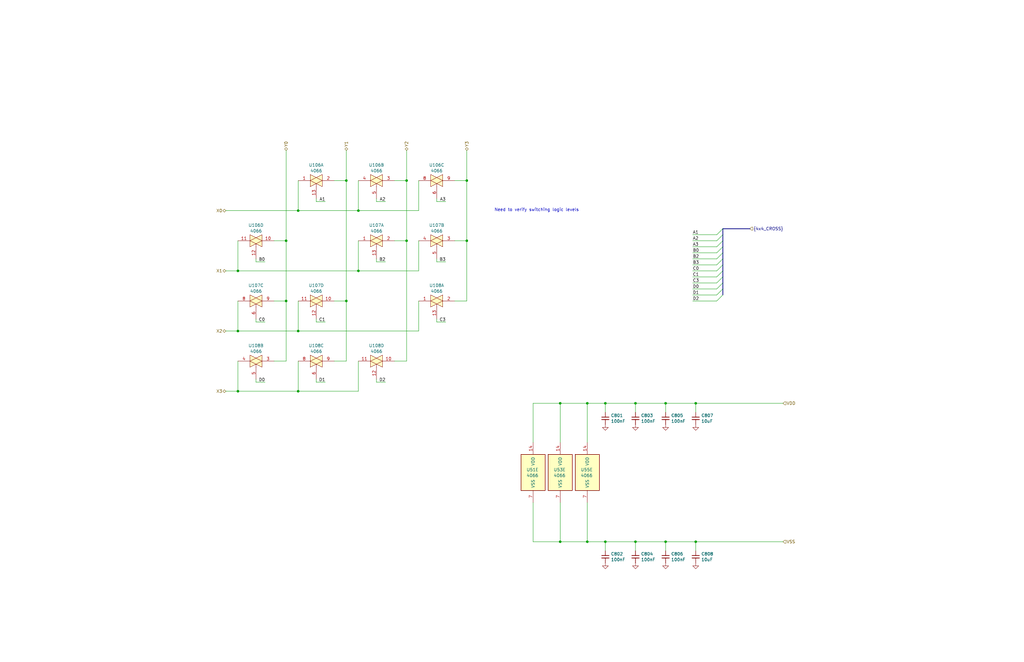
<source format=kicad_sch>
(kicad_sch (version 20250114) (generator "eeschema") (generator_version "9.0")
  (paper "B")
  (lib_symbols
    (symbol "4xxx:4066" (pin_names (offset 1.016))
      (property "Reference" "U" (at -7.62 8.89 0))
      (property "Value" "4066" (at -7.62 -8.89 0))
      (symbol "4066_1_0"
        (polyline (pts (xy -2.54 2.54) (xy 2.54 0) (xy -2.54 -2.54) (xy -2.54 2.54)) (fill (type background)))
        (polyline (pts (xy -2.54 0) (xy 2.54 2.54) (xy 2.54 -2.54) (xy -2.54 0)) (fill (type background)))
        (polyline (pts (xy 0 1.27) (xy 0 2.54)) (stroke (width 0.1524)))
        (pin passive line (at -7.62 0 0) (length 5.08) (name "~") (number "1"))
        (pin input line (at 0 7.62 270) (length 5.08) (name "~") (number "13"))
        (pin passive line (at 7.62 0 180) (length 5.08) (name "~") (number "2"))
      )
      (symbol "4066_2_0"
        (polyline (pts (xy -2.54 2.54) (xy 2.54 0) (xy -2.54 -2.54) (xy -2.54 2.54)) (fill (type background)))
        (polyline (pts (xy -2.54 0) (xy 2.54 2.54) (xy 2.54 -2.54) (xy -2.54 0)) (fill (type background)))
        (polyline (pts (xy 0 1.27) (xy 0 2.54)) (stroke (width 0.1524)))
        (pin passive line (at -7.62 0 0) (length 5.08) (name "~") (number "4"))
        (pin input line (at 0 7.62 270) (length 5.08) (name "~") (number "5"))
        (pin passive line (at 7.62 0 180) (length 5.08) (name "~") (number "3"))
      )
      (symbol "4066_3_0"
        (polyline (pts (xy -2.54 2.54) (xy 2.54 0) (xy -2.54 -2.54) (xy -2.54 2.54)) (fill (type background)))
        (polyline (pts (xy -2.54 0) (xy 2.54 2.54) (xy 2.54 -2.54) (xy -2.54 0)) (fill (type background)))
        (polyline (pts (xy 0 1.27) (xy 0 2.54)) (stroke (width 0.1524)))
        (pin passive line (at -7.62 0 0) (length 5.08) (name "~") (number "8"))
        (pin input line (at 0 7.62 270) (length 5.08) (name "~") (number "6"))
        (pin passive line (at 7.62 0 180) (length 5.08) (name "~") (number "9"))
      )
      (symbol "4066_4_0"
        (polyline (pts (xy -2.54 2.54) (xy 2.54 0) (xy -2.54 -2.54) (xy -2.54 2.54)) (fill (type background)))
        (polyline (pts (xy -2.54 0) (xy 2.54 2.54) (xy 2.54 -2.54) (xy -2.54 0)) (fill (type background)))
        (polyline (pts (xy 0 1.27) (xy 0 2.54)) (stroke (width 0.1524)))
        (pin passive line (at -7.62 0 0) (length 5.08) (name "~") (number "11"))
        (pin input line (at 0 7.62 270) (length 5.08) (name "~") (number "12"))
        (pin passive line (at 7.62 0 180) (length 5.08) (name "~") (number "10"))
      )
      (symbol "4066_5_0"
        (pin power_in line (at 0 12.7 270) (length 5.08) (name "VDD") (number "14"))
        (pin power_in line (at 0 -12.7 90) (length 5.08) (name "VSS") (number "7"))
      )
      (symbol "4066_5_1"
        (rectangle (start -5.08 7.62) (end 5.08 -7.62) (stroke (width 0.254)) (fill (type background)))
      )
    )
    (symbol "Device:C_Small" (pin_numbers (hide yes)) (pin_names (offset 0.254) (hide yes))
      (property "Reference" "C" (at 0.254 1.778 0))
      (property "Value" "C_Small" (at 0.254 -2.032 0))
      (symbol "C_Small_0_1"
        (polyline (pts (xy -1.524 0.508) (xy 1.524 0.508)) (stroke (width 0.3048)))
        (polyline (pts (xy -1.524 -0.508) (xy 1.524 -0.508)) (stroke (width 0.3302)))
      )
      (symbol "C_Small_1_1"
        (pin passive line (at 0 2.54 270) (length 2.032) (name "~") (number "1"))
        (pin passive line (at 0 -2.54 90) (length 2.032) (name "~") (number "2"))
      )
    )
    (symbol "power:GND" (power) (pin_numbers (hide yes)) (pin_names (offset 0) (hide yes))
      (property "Value" "GND" (at 0 -3.81 0))
      (symbol "GND_0_1"
        (polyline (pts (xy 0 0) (xy 0 -1.27) (xy 1.27 -1.27) (xy 0 -2.54) (xy -1.27 -1.27) (xy 0 -1.27)))
      )
      (symbol "GND_1_1"
        (pin power_in line (at 0 0 270) (length 0) (name "~") (number "1"))
      )
    )
  )
  (bus_alias "4x4_CROSS" (members "A1" "A2" "A3" "B0" "B2" "B3" "C0" "C1" "C3" "D0" "D1" "D2"))
  (text "Need to verify switching logic levels" (at 226.314 88.646 0) (effects (font (size 1.27 1.27))))
  (junction (at 255.27 228.6))
  (junction (at 267.97 170.18))
  (junction (at 247.65 228.6))
  (junction (at 255.27 170.18))
  (junction (at 125.73 165.1))
  (junction (at 171.45 76.2))
  (junction (at 125.73 88.9))
  (junction (at 120.65 127))
  (junction (at 293.37 170.18))
  (junction (at 280.67 228.6))
  (junction (at 280.67 170.18))
  (junction (at 125.73 139.7))
  (junction (at 146.05 127))
  (junction (at 236.22 228.6))
  (junction (at 146.05 76.2))
  (junction (at 100.33 139.7))
  (junction (at 151.13 114.3))
  (junction (at 151.13 88.9))
  (junction (at 100.33 165.1))
  (junction (at 236.22 170.18))
  (junction (at 267.97 228.6))
  (junction (at 100.33 114.3))
  (junction (at 293.37 228.6))
  (junction (at 196.85 76.2))
  (junction (at 247.65 170.18))
  (junction (at 171.45 101.6))
  (junction (at 120.65 101.6))
  (junction (at 196.85 101.6))
  (bus_entry (at 304.8 101.6) (size -2.54 2.54))
  (bus_entry (at 304.8 96.52) (size -2.54 2.54))
  (bus_entry (at 304.8 116.84) (size -2.54 2.54))
  (bus_entry (at 304.8 99.06) (size -2.54 2.54))
  (bus_entry (at 304.8 124.46) (size -2.54 2.54))
  (bus_entry (at 304.8 114.3) (size -2.54 2.54))
  (bus_entry (at 304.8 121.92) (size -2.54 2.54))
  (bus_entry (at 304.8 119.38) (size -2.54 2.54))
  (bus_entry (at 304.8 109.22) (size -2.54 2.54))
  (bus_entry (at 304.8 111.76) (size -2.54 2.54))
  (bus_entry (at 304.8 106.68) (size -2.54 2.54))
  (bus_entry (at 304.8 104.14) (size -2.54 2.54))
  (wire (pts (xy 158.75 110.49) (xy 162.56 110.49)))
  (wire (pts (xy 151.13 152.4) (xy 151.13 165.1)))
  (bus (pts (xy 304.8 106.68) (xy 304.8 109.22)))
  (wire (pts (xy 171.45 76.2) (xy 171.45 101.6)))
  (wire (pts (xy 158.75 110.49) (xy 158.75 109.22)))
  (wire (pts (xy 115.57 127) (xy 120.65 127)))
  (wire (pts (xy 115.57 101.6) (xy 120.65 101.6)))
  (wire (pts (xy 255.27 228.6) (xy 255.27 232.41)))
  (wire (pts (xy 196.85 101.6) (xy 196.85 127)))
  (wire (pts (xy 247.65 228.6) (xy 236.22 228.6)))
  (wire (pts (xy 125.73 127) (xy 125.73 139.7)))
  (wire (pts (xy 292.1 101.6) (xy 302.26 101.6)))
  (wire (pts (xy 100.33 139.7) (xy 125.73 139.7)))
  (wire (pts (xy 196.85 76.2) (xy 196.85 101.6)))
  (wire (pts (xy 236.22 228.6) (xy 224.79 228.6)))
  (wire (pts (xy 120.65 63.5) (xy 120.65 101.6)))
  (wire (pts (xy 95.25 88.9) (xy 125.73 88.9)))
  (wire (pts (xy 100.33 114.3) (xy 151.13 114.3)))
  (wire (pts (xy 166.37 152.4) (xy 171.45 152.4)))
  (wire (pts (xy 133.35 135.89) (xy 133.35 134.62)))
  (wire (pts (xy 292.1 111.76) (xy 302.26 111.76)))
  (bus (pts (xy 304.8 114.3) (xy 304.8 116.84)))
  (wire (pts (xy 280.67 170.18) (xy 280.67 173.99)))
  (bus (pts (xy 316.23 96.52) (xy 304.8 96.52)))
  (wire (pts (xy 125.73 88.9) (xy 151.13 88.9)))
  (bus (pts (xy 304.8 109.22) (xy 304.8 111.76)))
  (wire (pts (xy 107.95 161.29) (xy 111.76 161.29)))
  (wire (pts (xy 151.13 114.3) (xy 176.53 114.3)))
  (wire (pts (xy 184.15 110.49) (xy 187.96 110.49)))
  (wire (pts (xy 151.13 101.6) (xy 151.13 114.3)))
  (wire (pts (xy 191.77 101.6) (xy 196.85 101.6)))
  (wire (pts (xy 293.37 170.18) (xy 330.2 170.18)))
  (wire (pts (xy 158.75 85.09) (xy 162.56 85.09)))
  (wire (pts (xy 140.97 152.4) (xy 146.05 152.4)))
  (wire (pts (xy 255.27 170.18) (xy 267.97 170.18)))
  (wire (pts (xy 133.35 161.29) (xy 133.35 160.02)))
  (wire (pts (xy 125.73 139.7) (xy 176.53 139.7)))
  (bus (pts (xy 304.8 96.52) (xy 304.8 99.06)))
  (wire (pts (xy 133.35 135.89) (xy 137.16 135.89)))
  (wire (pts (xy 184.15 85.09) (xy 187.96 85.09)))
  (wire (pts (xy 100.33 127) (xy 100.33 139.7)))
  (wire (pts (xy 292.1 109.22) (xy 302.26 109.22)))
  (wire (pts (xy 184.15 135.89) (xy 187.96 135.89)))
  (wire (pts (xy 100.33 165.1) (xy 125.73 165.1)))
  (wire (pts (xy 115.57 152.4) (xy 120.65 152.4)))
  (wire (pts (xy 158.75 85.09) (xy 158.75 83.82)))
  (wire (pts (xy 125.73 152.4) (xy 125.73 165.1)))
  (wire (pts (xy 95.25 139.7) (xy 100.33 139.7)))
  (wire (pts (xy 191.77 127) (xy 196.85 127)))
  (wire (pts (xy 151.13 88.9) (xy 176.53 88.9)))
  (wire (pts (xy 176.53 76.2) (xy 176.53 88.9)))
  (wire (pts (xy 140.97 127) (xy 146.05 127)))
  (wire (pts (xy 125.73 76.2) (xy 125.73 88.9)))
  (wire (pts (xy 292.1 119.38) (xy 302.26 119.38)))
  (wire (pts (xy 292.1 116.84) (xy 302.26 116.84)))
  (wire (pts (xy 107.95 135.89) (xy 111.76 135.89)))
  (wire (pts (xy 176.53 127) (xy 176.53 139.7)))
  (wire (pts (xy 184.15 85.09) (xy 184.15 83.82)))
  (wire (pts (xy 280.67 170.18) (xy 293.37 170.18)))
  (wire (pts (xy 184.15 135.89) (xy 184.15 134.62)))
  (wire (pts (xy 280.67 228.6) (xy 280.67 232.41)))
  (wire (pts (xy 151.13 76.2) (xy 151.13 88.9)))
  (wire (pts (xy 292.1 99.06) (xy 302.26 99.06)))
  (wire (pts (xy 293.37 170.18) (xy 293.37 173.99)))
  (wire (pts (xy 247.65 170.18) (xy 236.22 170.18)))
  (wire (pts (xy 196.85 63.5) (xy 196.85 76.2)))
  (wire (pts (xy 292.1 127) (xy 302.26 127)))
  (wire (pts (xy 236.22 170.18) (xy 224.79 170.18)))
  (wire (pts (xy 133.35 85.09) (xy 133.35 83.82)))
  (wire (pts (xy 236.22 170.18) (xy 236.22 186.69)))
  (wire (pts (xy 107.95 135.89) (xy 107.95 134.62)))
  (wire (pts (xy 100.33 152.4) (xy 100.33 165.1)))
  (wire (pts (xy 133.35 85.09) (xy 137.16 85.09)))
  (bus (pts (xy 304.8 111.76) (xy 304.8 114.3)))
  (wire (pts (xy 107.95 161.29) (xy 107.95 160.02)))
  (wire (pts (xy 125.73 165.1) (xy 151.13 165.1)))
  (wire (pts (xy 146.05 63.5) (xy 146.05 76.2)))
  (wire (pts (xy 107.95 110.49) (xy 111.76 110.49)))
  (bus (pts (xy 304.8 121.92) (xy 304.8 124.46)))
  (wire (pts (xy 120.65 101.6) (xy 120.65 127)))
  (wire (pts (xy 146.05 127) (xy 146.05 152.4)))
  (wire (pts (xy 95.25 165.1) (xy 100.33 165.1)))
  (wire (pts (xy 247.65 170.18) (xy 247.65 186.69)))
  (wire (pts (xy 107.95 110.49) (xy 107.95 109.22)))
  (wire (pts (xy 292.1 114.3) (xy 302.26 114.3)))
  (wire (pts (xy 191.77 76.2) (xy 196.85 76.2)))
  (wire (pts (xy 292.1 124.46) (xy 302.26 124.46)))
  (wire (pts (xy 293.37 228.6) (xy 330.2 228.6)))
  (wire (pts (xy 158.75 161.29) (xy 158.75 160.02)))
  (bus (pts (xy 304.8 104.14) (xy 304.8 106.68)))
  (wire (pts (xy 171.45 63.5) (xy 171.45 76.2)))
  (wire (pts (xy 120.65 127) (xy 120.65 152.4)))
  (wire (pts (xy 236.22 228.6) (xy 236.22 212.09)))
  (wire (pts (xy 255.27 170.18) (xy 247.65 170.18)))
  (wire (pts (xy 267.97 170.18) (xy 267.97 173.99)))
  (wire (pts (xy 140.97 76.2) (xy 146.05 76.2)))
  (wire (pts (xy 247.65 228.6) (xy 255.27 228.6)))
  (wire (pts (xy 255.27 170.18) (xy 255.27 173.99)))
  (wire (pts (xy 176.53 101.6) (xy 176.53 114.3)))
  (wire (pts (xy 292.1 106.68) (xy 302.26 106.68)))
  (wire (pts (xy 171.45 101.6) (xy 171.45 152.4)))
  (wire (pts (xy 267.97 170.18) (xy 280.67 170.18)))
  (wire (pts (xy 224.79 170.18) (xy 224.79 186.69)))
  (wire (pts (xy 293.37 228.6) (xy 293.37 232.41)))
  (wire (pts (xy 267.97 228.6) (xy 280.67 228.6)))
  (wire (pts (xy 292.1 121.92) (xy 302.26 121.92)))
  (wire (pts (xy 224.79 228.6) (xy 224.79 212.09)))
  (wire (pts (xy 292.1 104.14) (xy 302.26 104.14)))
  (wire (pts (xy 255.27 228.6) (xy 267.97 228.6)))
  (bus (pts (xy 304.8 101.6) (xy 304.8 104.14)))
  (wire (pts (xy 166.37 76.2) (xy 171.45 76.2)))
  (bus (pts (xy 304.8 119.38) (xy 304.8 121.92)))
  (wire (pts (xy 146.05 76.2) (xy 146.05 127)))
  (wire (pts (xy 280.67 228.6) (xy 293.37 228.6)))
  (wire (pts (xy 184.15 110.49) (xy 184.15 109.22)))
  (wire (pts (xy 133.35 161.29) (xy 137.16 161.29)))
  (wire (pts (xy 247.65 228.6) (xy 247.65 212.09)))
  (wire (pts (xy 95.25 114.3) (xy 100.33 114.3)))
  (bus (pts (xy 304.8 116.84) (xy 304.8 119.38)))
  (wire (pts (xy 158.75 161.29) (xy 162.56 161.29)))
  (bus (pts (xy 304.8 99.06) (xy 304.8 101.6)))
  (wire (pts (xy 267.97 228.6) (xy 267.97 232.41)))
  (wire (pts (xy 166.37 101.6) (xy 171.45 101.6)))
  (wire (pts (xy 100.33 101.6) (xy 100.33 114.3)))
  (label "C1" (at 292.1 116.84 0))
  (label "D0" (at 111.76 161.29 180))
  (label "C0" (at 111.76 135.89 180))
  (label "A1" (at 292.1 99.06 0))
  (label "C3" (at 292.1 119.38 0))
  (label "B3" (at 292.1 111.76 0))
  (label "B2" (at 292.1 109.22 0))
  (label "B0" (at 292.1 106.68 0))
  (label "A3" (at 292.1 104.14 0))
  (label "D2" (at 292.1 127 0))
  (label "D1" (at 292.1 124.46 0))
  (label "D1" (at 137.16 161.29 180))
  (label "C3" (at 187.96 135.89 180))
  (label "B2" (at 162.56 110.49 180))
  (label "A2" (at 162.56 85.09 180))
  (label "D0" (at 292.1 121.92 0))
  (label "A1" (at 137.16 85.09 180))
  (label "A2" (at 292.1 101.6 0))
  (label "B0" (at 111.76 110.49 180))
  (label "D2" (at 162.56 161.29 180))
  (label "C0" (at 292.1 114.3 0))
  (label "A3" (at 187.96 85.09 180))
  (label "C1" (at 137.16 135.89 180))
  (label "B3" (at 187.96 110.49 180))
  (hierarchical_label "VSS" (shape input) (at 330.2 228.6 0))
  (hierarchical_label "Y0" (shape bidirectional) (at 120.65 63.5 90))
  (hierarchical_label "VDD" (shape input) (at 330.2 170.18 0))
  (hierarchical_label "Y3" (shape bidirectional) (at 196.85 63.5 90))
  (hierarchical_label "Y2" (shape bidirectional) (at 171.45 63.5 90))
  (hierarchical_label "X3" (shape bidirectional) (at 95.25 165.1 180))
  (hierarchical_label "Y1" (shape bidirectional) (at 146.05 63.5 90))
  (hierarchical_label "X2" (shape bidirectional) (at 95.25 139.7 180))
  (hierarchical_label "X1" (shape bidirectional) (at 95.25 114.3 180))
  (hierarchical_label "X0" (shape bidirectional) (at 95.25 88.9 180))
  (hierarchical_label "{4x4_CROSS}" (shape input) (at 316.23 96.52 0))
  (symbol (lib_id "4xxx:4066") (at 107.95 127 0) (mirror x) (unit 3)
    (property "Reference" "U107" (at 107.95 120.4425 0))
    (property "Value" "4066" (at 107.95 122.8668 0))
    (property "Datasheet" "http://www.ti.com/lit/ds/symlink/cd4066b.pdf" (effects (hide yes)))
    (property "Description" "Quad Analog Switches" (effects (hide yes)))
    (instances (project "PilotAudioPanel" (path "" (reference "U107") (unit 3)) (path "" (reference "U?") (unit 1))))
  )
  (symbol (lib_id "Device:C_Small") (at 255.27 234.95 0) (unit 1)
    (property "Reference" "C802" (at 257.5941 233.7441 0) (effects (justify left)))
    (property "Value" "100nF" (at 257.5941 236.1684 0) (effects (justify left)))
    (property "Description" "Unpolarized capacitor, small symbol" (effects (hide yes)))
    (instances (project "PilotAudioPanel" (path "" (reference "C802") (unit 1)) (path "" (reference "C786") (unit 1))))
  )
  (symbol (lib_id "power:GND") (at 280.67 237.49 0) (mirror y) (unit 1)
    (property "Reference" "#PWR0960" (effects (hide yes)))
    (property "Value" "GND" (effects (hide yes)))
    (property "Description" "Power symbol creates a global label with name \"GND\" , ground" (effects (hide yes)))
    (instances (project "PilotAudioPanel" (path "" (reference "#PWR0960") (unit 1)) (path "" (reference "#PWR0942") (unit 1))))
  )
  (symbol (lib_id "Device:C_Small") (at 255.27 176.53 0) (unit 1)
    (property "Reference" "C801" (at 257.5941 175.3241 0) (effects (justify left)))
    (property "Value" "100nF" (at 257.5941 177.7484 0) (effects (justify left)))
    (property "Description" "Unpolarized capacitor, small symbol" (effects (hide yes)))
    (instances (project "PilotAudioPanel" (path "" (reference "C801") (unit 1)) (path "" (reference "C785") (unit 1))))
  )
  (symbol (lib_id "4xxx:4066") (at 133.35 76.2 0) (mirror x) (unit 1)
    (property "Reference" "U106" (at 133.35 69.6425 0))
    (property "Value" "4066" (at 133.35 72.0668 0))
    (property "Datasheet" "http://www.ti.com/lit/ds/symlink/cd4066b.pdf" (effects (hide yes)))
    (property "Description" "Quad Analog Switches" (effects (hide yes)))
    (instances (project "PilotAudioPanel" (path "" (reference "U106") (unit 1)) (path "" (reference "U?") (unit 1))))
  )
  (symbol (lib_id "4xxx:4066") (at 184.15 127 0) (mirror x) (unit 1)
    (property "Reference" "U108" (at 184.15 120.4425 0))
    (property "Value" "4066" (at 184.15 122.8668 0))
    (property "Datasheet" "http://www.ti.com/lit/ds/symlink/cd4066b.pdf" (effects (hide yes)))
    (property "Description" "Quad Analog Switches" (effects (hide yes)))
    (instances (project "PilotAudioPanel" (path "" (reference "U108") (unit 1)) (path "" (reference "U?") (unit 1))))
  )
  (symbol (lib_id "power:GND") (at 267.97 237.49 0) (mirror y) (unit 1)
    (property "Reference" "#PWR0958" (effects (hide yes)))
    (property "Value" "GND" (effects (hide yes)))
    (property "Description" "Power symbol creates a global label with name \"GND\" , ground" (effects (hide yes)))
    (instances (project "PilotAudioPanel" (path "" (reference "#PWR0958") (unit 1)) (path "" (reference "#PWR0944") (unit 1))))
  )
  (symbol (lib_id "Device:C_Small") (at 280.67 176.53 0) (unit 1)
    (property "Reference" "C805" (at 282.9941 175.3241 0) (effects (justify left)))
    (property "Value" "100nF" (at 282.9941 177.7484 0) (effects (justify left)))
    (property "Description" "Unpolarized capacitor, small symbol" (effects (hide yes)))
    (instances (project "PilotAudioPanel" (path "" (reference "C805") (unit 1)) (path "" (reference "C787") (unit 1))))
  )
  (symbol (lib_id "power:GND") (at 267.97 179.07 0) (mirror y) (unit 1)
    (property "Reference" "#PWR0957" (effects (hide yes)))
    (property "Value" "GND" (effects (hide yes)))
    (property "Description" "Power symbol creates a global label with name \"GND\" , ground" (effects (hide yes)))
    (instances (project "PilotAudioPanel" (path "" (reference "#PWR0957") (unit 1)) (path "" (reference "#PWR0945") (unit 1))))
  )
  (symbol (lib_id "4xxx:4066") (at 224.79 199.39 0) (unit 5)
    (property "Reference" "U51" (at 221.996 198.2357 0) (effects (justify left)))
    (property "Value" "4066" (at 221.996 200.66 0) (effects (justify left)))
    (property "Datasheet" "http://www.ti.com/lit/ds/symlink/cd4066b.pdf" (effects (hide yes)))
    (property "Description" "Quad Analog Switches" (effects (hide yes)))
    (instances (project "" (path "" (reference "U51") (unit 5)) (path "" (reference "U52") (unit 5))))
  )
  (symbol (lib_id "Device:C_Small") (at 267.97 176.53 0) (unit 1)
    (property "Reference" "C803" (at 270.2941 175.3241 0) (effects (justify left)))
    (property "Value" "100nF" (at 270.2941 177.7484 0) (effects (justify left)))
    (property "Description" "Unpolarized capacitor, small symbol" (effects (hide yes)))
    (instances (project "PilotAudioPanel" (path "" (reference "C803") (unit 1)) (path "" (reference "C792") (unit 1))))
  )
  (symbol (lib_id "power:GND") (at 255.27 237.49 0) (mirror y) (unit 1)
    (property "Reference" "#PWR0956" (effects (hide yes)))
    (property "Value" "GND" (effects (hide yes)))
    (property "Description" "Power symbol creates a global label with name \"GND\" , ground" (effects (hide yes)))
    (instances (project "PilotAudioPanel" (path "" (reference "#PWR0956") (unit 1)) (path "" (reference "#PWR0939") (unit 1))))
  )
  (symbol (lib_id "4xxx:4066") (at 107.95 152.4 0) (mirror x) (unit 2)
    (property "Reference" "U108" (at 107.95 145.8425 0))
    (property "Value" "4066" (at 107.95 148.2668 0))
    (property "Datasheet" "http://www.ti.com/lit/ds/symlink/cd4066b.pdf" (effects (hide yes)))
    (property "Description" "Quad Analog Switches" (effects (hide yes)))
    (instances (project "PilotAudioPanel" (path "" (reference "U108") (unit 2)) (path "" (reference "U?") (unit 1))))
  )
  (symbol (lib_id "4xxx:4066") (at 107.95 101.6 0) (mirror x) (unit 4)
    (property "Reference" "U106" (at 107.95 95.0425 0))
    (property "Value" "4066" (at 107.95 97.4668 0))
    (property "Datasheet" "http://www.ti.com/lit/ds/symlink/cd4066b.pdf" (effects (hide yes)))
    (property "Description" "Quad Analog Switches" (effects (hide yes)))
    (instances (project "PilotAudioPanel" (path "" (reference "U106") (unit 4)) (path "" (reference "U?") (unit 1))))
  )
  (symbol (lib_id "Device:C_Small") (at 293.37 234.95 0) (unit 1)
    (property "Reference" "C808" (at 295.6941 233.7441 0) (effects (justify left)))
    (property "Value" "10uF" (at 295.6941 236.1684 0) (effects (justify left)))
    (property "Description" "Unpolarized capacitor, small symbol" (effects (hide yes)))
    (instances (project "PilotAudioPanel" (path "" (reference "C808") (unit 1)) (path "" (reference "C790") (unit 1))))
  )
  (symbol (lib_id "Device:C_Small") (at 293.37 176.53 0) (unit 1)
    (property "Reference" "C807" (at 295.6941 175.3241 0) (effects (justify left)))
    (property "Value" "10uF" (at 295.6941 177.7484 0) (effects (justify left)))
    (property "Description" "Unpolarized capacitor, small symbol" (effects (hide yes)))
    (instances (project "PilotAudioPanel" (path "" (reference "C807") (unit 1)) (path "" (reference "C788") (unit 1))))
  )
  (symbol (lib_id "power:GND") (at 293.37 179.07 0) (mirror y) (unit 1)
    (property "Reference" "#PWR0961" (effects (hide yes)))
    (property "Value" "GND" (effects (hide yes)))
    (property "Description" "Power symbol creates a global label with name \"GND\" , ground" (effects (hide yes)))
    (instances (project "PilotAudioPanel" (path "" (reference "#PWR0961") (unit 1)) (path "" (reference "#PWR0941") (unit 1))))
  )
  (symbol (lib_id "4xxx:4066") (at 133.35 127 0) (mirror x) (unit 4)
    (property "Reference" "U107" (at 133.35 120.4425 0))
    (property "Value" "4066" (at 133.35 122.8668 0))
    (property "Datasheet" "http://www.ti.com/lit/ds/symlink/cd4066b.pdf" (effects (hide yes)))
    (property "Description" "Quad Analog Switches" (effects (hide yes)))
    (instances (project "PilotAudioPanel" (path "" (reference "U107") (unit 4)) (path "" (reference "U?") (unit 1))))
  )
  (symbol (lib_id "4xxx:4066") (at 184.15 76.2 0) (mirror x) (unit 3)
    (property "Reference" "U106" (at 184.15 69.6425 0))
    (property "Value" "4066" (at 184.15 72.0668 0))
    (property "Datasheet" "http://www.ti.com/lit/ds/symlink/cd4066b.pdf" (effects (hide yes)))
    (property "Description" "Quad Analog Switches" (effects (hide yes)))
    (instances (project "PilotAudioPanel" (path "" (reference "U106") (unit 3)) (path "" (reference "U?") (unit 1))))
  )
  (symbol (lib_id "4xxx:4066") (at 133.35 152.4 0) (mirror x) (unit 3)
    (property "Reference" "U108" (at 133.35 145.8425 0))
    (property "Value" "4066" (at 133.35 148.2668 0))
    (property "Datasheet" "http://www.ti.com/lit/ds/symlink/cd4066b.pdf" (effects (hide yes)))
    (property "Description" "Quad Analog Switches" (effects (hide yes)))
    (instances (project "PilotAudioPanel" (path "" (reference "U108") (unit 3)) (path "" (reference "U?") (unit 1))))
  )
  (symbol (lib_id "power:GND") (at 255.27 179.07 0) (mirror y) (unit 1)
    (property "Reference" "#PWR0955" (effects (hide yes)))
    (property "Value" "GND" (effects (hide yes)))
    (property "Description" "Power symbol creates a global label with name \"GND\" , ground" (effects (hide yes)))
    (instances (project "PilotAudioPanel" (path "" (reference "#PWR0955") (unit 1)) (path "" (reference "#PWR0938") (unit 1))))
  )
  (symbol (lib_id "Device:C_Small") (at 267.97 234.95 0) (unit 1)
    (property "Reference" "C804" (at 270.2941 233.7441 0) (effects (justify left)))
    (property "Value" "100nF" (at 270.2941 236.1684 0) (effects (justify left)))
    (property "Description" "Unpolarized capacitor, small symbol" (effects (hide yes)))
    (instances (project "PilotAudioPanel" (path "" (reference "C804") (unit 1)) (path "" (reference "C791") (unit 1))))
  )
  (symbol (lib_id "4xxx:4066") (at 184.15 101.6 0) (mirror x) (unit 2)
    (property "Reference" "U107" (at 184.15 95.0425 0))
    (property "Value" "4066" (at 184.15 97.4668 0))
    (property "Datasheet" "http://www.ti.com/lit/ds/symlink/cd4066b.pdf" (effects (hide yes)))
    (property "Description" "Quad Analog Switches" (effects (hide yes)))
    (instances (project "PilotAudioPanel" (path "" (reference "U107") (unit 2)) (path "" (reference "U?") (unit 1))))
  )
  (symbol (lib_id "4xxx:4066") (at 247.65 199.39 0) (unit 5)
    (property "Reference" "U55" (at 244.856 198.2357 0) (effects (justify left)))
    (property "Value" "4066" (at 244.856 200.66 0) (effects (justify left)))
    (property "Datasheet" "http://www.ti.com/lit/ds/symlink/cd4066b.pdf" (effects (hide yes)))
    (property "Description" "Quad Analog Switches" (effects (hide yes)))
    (instances (project "PilotAudioPanel" (path "" (reference "U55") (unit 5)) (path "" (reference "U56") (unit 5))))
  )
  (symbol (lib_id "Device:C_Small") (at 280.67 234.95 0) (unit 1)
    (property "Reference" "C806" (at 282.9941 233.7441 0) (effects (justify left)))
    (property "Value" "100nF" (at 282.9941 236.1684 0) (effects (justify left)))
    (property "Description" "Unpolarized capacitor, small symbol" (effects (hide yes)))
    (instances (project "PilotAudioPanel" (path "" (reference "C806") (unit 1)) (path "" (reference "C789") (unit 1))))
  )
  (symbol (lib_id "4xxx:4066") (at 158.75 152.4 0) (mirror x) (unit 4)
    (property "Reference" "U108" (at 158.75 145.8425 0))
    (property "Value" "4066" (at 158.75 148.2668 0))
    (property "Datasheet" "http://www.ti.com/lit/ds/symlink/cd4066b.pdf" (effects (hide yes)))
    (property "Description" "Quad Analog Switches" (effects (hide yes)))
    (instances (project "PilotAudioPanel" (path "" (reference "U108") (unit 4)) (path "" (reference "U?") (unit 1))))
  )
  (symbol (lib_id "4xxx:4066") (at 158.75 101.6 0) (mirror x) (unit 1)
    (property "Reference" "U107" (at 158.75 95.0425 0))
    (property "Value" "4066" (at 158.75 97.4668 0))
    (property "Datasheet" "http://www.ti.com/lit/ds/symlink/cd4066b.pdf" (effects (hide yes)))
    (property "Description" "Quad Analog Switches" (effects (hide yes)))
    (instances (project "PilotAudioPanel" (path "" (reference "U107") (unit 1)) (path "" (reference "U?") (unit 1))))
  )
  (symbol (lib_id "4xxx:4066") (at 158.75 76.2 0) (mirror x) (unit 2)
    (property "Reference" "U106" (at 158.75 69.6425 0))
    (property "Value" "4066" (at 158.75 72.0668 0))
    (property "Datasheet" "http://www.ti.com/lit/ds/symlink/cd4066b.pdf" (effects (hide yes)))
    (property "Description" "Quad Analog Switches" (effects (hide yes)))
    (instances (project "PilotAudioPanel" (path "" (reference "U106") (unit 2)) (path "" (reference "U?") (unit 1))))
  )
  (symbol (lib_id "4xxx:4066") (at 236.22 199.39 0) (unit 5)
    (property "Reference" "U53" (at 233.426 198.2357 0) (effects (justify left)))
    (property "Value" "4066" (at 233.426 200.66 0) (effects (justify left)))
    (property "Datasheet" "http://www.ti.com/lit/ds/symlink/cd4066b.pdf" (effects (hide yes)))
    (property "Description" "Quad Analog Switches" (effects (hide yes)))
    (instances (project "PilotAudioPanel" (path "" (reference "U53") (unit 5)) (path "" (reference "U54") (unit 5))))
  )
  (symbol (lib_id "power:GND") (at 280.67 179.07 0) (mirror y) (unit 1)
    (property "Reference" "#PWR0959" (effects (hide yes)))
    (property "Value" "GND" (effects (hide yes)))
    (property "Description" "Power symbol creates a global label with name \"GND\" , ground" (effects (hide yes)))
    (instances (project "PilotAudioPanel" (path "" (reference "#PWR0959") (unit 1)) (path "" (reference "#PWR0940") (unit 1))))
  )
  (symbol (lib_id "power:GND") (at 293.37 237.49 0) (mirror y) (unit 1)
    (property "Reference" "#PWR0962" (effects (hide yes)))
    (property "Value" "GND" (effects (hide yes)))
    (property "Description" "Power symbol creates a global label with name \"GND\" , ground" (effects (hide yes)))
    (instances (project "PilotAudioPanel" (path "" (reference "#PWR0962") (unit 1)) (path "" (reference "#PWR0943") (unit 1))))
  )
)
</source>
